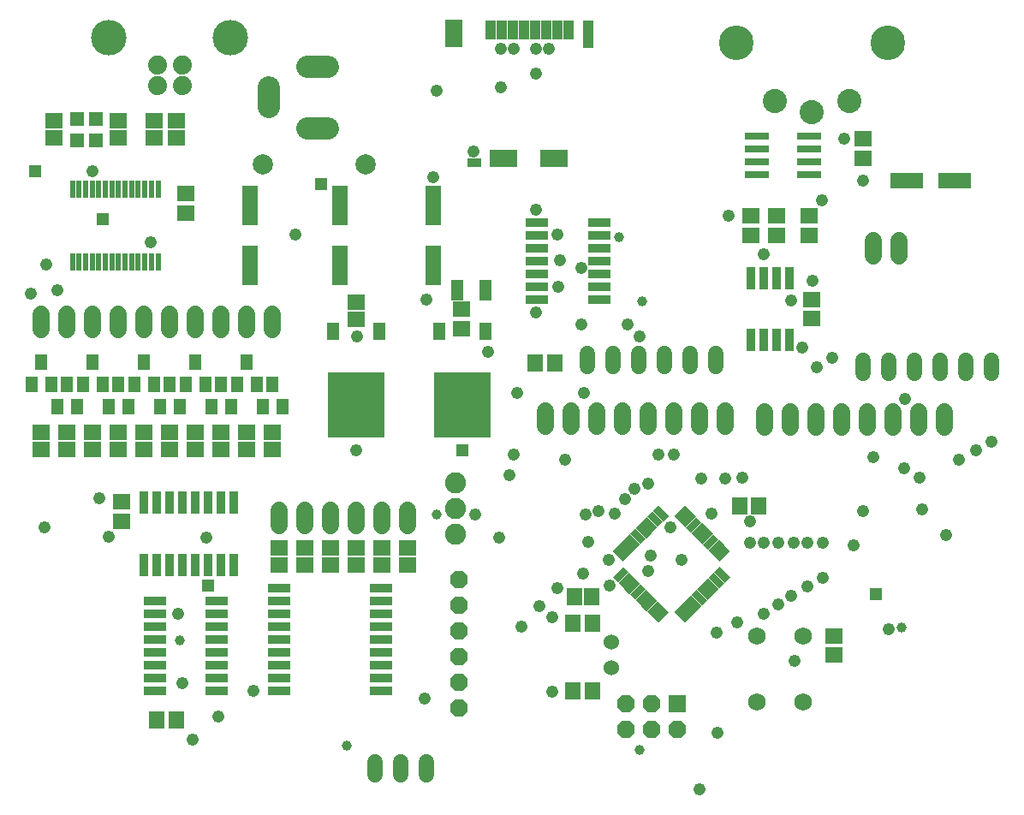
<source format=gts>
G75*
G70*
%OFA0B0*%
%FSLAX24Y24*%
%IPPOS*%
%LPD*%
%AMOC8*
5,1,8,0,0,1.08239X$1,22.5*
%
%ADD10R,0.0340X0.0880*%
%ADD11R,0.0671X0.0592*%
%ADD12R,0.0880X0.0340*%
%ADD13C,0.0680*%
%ADD14R,0.0680X0.0680*%
%ADD15OC8,0.0680*%
%ADD16C,0.0600*%
%ADD17R,0.0592X0.0671*%
%ADD18R,0.0631X0.1576*%
%ADD19C,0.0867*%
%ADD20R,0.0946X0.0316*%
%ADD21R,0.1261X0.0631*%
%ADD22C,0.0680*%
%ADD23R,0.2206X0.2521*%
%ADD24R,0.0474X0.0710*%
%ADD25R,0.0474X0.0789*%
%ADD26C,0.0789*%
%ADD27C,0.0600*%
%ADD28R,0.0580X0.0300*%
%ADD29R,0.0300X0.0580*%
%ADD30R,0.0237X0.0671*%
%ADD31R,0.0552X0.0552*%
%ADD32C,0.1346*%
%ADD33C,0.0940*%
%ADD34C,0.0820*%
%ADD35C,0.0740*%
%ADD36C,0.1380*%
%ADD37R,0.0474X0.0631*%
%ADD38R,0.0433X0.1102*%
%ADD39R,0.0669X0.1102*%
%ADD40R,0.1102X0.0669*%
%ADD41R,0.0400X0.0740*%
%ADD42R,0.0580X0.0340*%
%ADD43C,0.0476*%
%ADD44R,0.0476X0.0476*%
%ADD45C,0.0390*%
D10*
X007631Y012491D03*
X008131Y012491D03*
X008631Y012491D03*
X009131Y012491D03*
X009631Y012491D03*
X010131Y012491D03*
X010631Y012491D03*
X011131Y012491D03*
X011131Y014911D03*
X010631Y014911D03*
X010131Y014911D03*
X009631Y014911D03*
X009131Y014911D03*
X008631Y014911D03*
X008131Y014911D03*
X007631Y014911D03*
X031256Y021241D03*
X031756Y021241D03*
X032256Y021241D03*
X032756Y021241D03*
X032756Y023661D03*
X032256Y023661D03*
X031756Y023661D03*
X031256Y023661D03*
D11*
X031256Y025327D03*
X031256Y026075D03*
X032256Y026075D03*
X032256Y025327D03*
X033506Y025327D03*
X033506Y026075D03*
X035631Y028327D03*
X035631Y029075D03*
X033631Y022825D03*
X033631Y022077D03*
X034481Y009725D03*
X034481Y008977D03*
X019981Y021702D03*
X019981Y022450D03*
X015881Y022711D03*
X015881Y022042D03*
X012631Y017661D03*
X012631Y016992D03*
X011631Y016992D03*
X011631Y017661D03*
X010631Y017661D03*
X010631Y016992D03*
X009631Y016992D03*
X009631Y017661D03*
X008631Y017661D03*
X008631Y016992D03*
X007631Y016992D03*
X007631Y017661D03*
X006631Y017661D03*
X006631Y016992D03*
X005631Y016992D03*
X005631Y017661D03*
X004631Y017661D03*
X004631Y016992D03*
X003631Y016992D03*
X003631Y017661D03*
X006756Y014950D03*
X006756Y014202D03*
X012881Y013161D03*
X012881Y012492D03*
X013881Y012492D03*
X013881Y013161D03*
X014881Y013161D03*
X014881Y012492D03*
X015881Y012492D03*
X015881Y013161D03*
X016881Y013161D03*
X016881Y012492D03*
X017881Y012492D03*
X017881Y013161D03*
X009256Y026202D03*
X009256Y026950D03*
X008881Y029117D03*
X008881Y029786D03*
X008006Y029786D03*
X008006Y029117D03*
X006631Y029117D03*
X006631Y029786D03*
X004131Y029786D03*
X004131Y029117D03*
D12*
X012901Y011576D03*
X012901Y011076D03*
X012901Y010576D03*
X012901Y010076D03*
X012901Y009576D03*
X012901Y009076D03*
X012901Y008576D03*
X012901Y008076D03*
X012901Y007576D03*
X010466Y007576D03*
X010466Y008076D03*
X010466Y008576D03*
X010466Y009076D03*
X010466Y009576D03*
X010466Y010076D03*
X010466Y010576D03*
X010466Y011076D03*
X008046Y011076D03*
X008046Y010576D03*
X008046Y010076D03*
X008046Y009576D03*
X008046Y009076D03*
X008046Y008576D03*
X008046Y008076D03*
X008046Y007576D03*
X016861Y007576D03*
X016861Y008076D03*
X016861Y008576D03*
X016861Y009076D03*
X016861Y009576D03*
X016861Y010076D03*
X016861Y010576D03*
X016861Y011076D03*
X016861Y011576D03*
X022921Y022826D03*
X022921Y023326D03*
X022921Y023826D03*
X022921Y024326D03*
X022921Y024826D03*
X022921Y025326D03*
X022921Y025826D03*
X025341Y025826D03*
X025341Y025326D03*
X025341Y024826D03*
X025341Y024326D03*
X025341Y023826D03*
X025341Y023326D03*
X025341Y022826D03*
D13*
X025256Y018501D02*
X025256Y017901D01*
X026256Y017901D02*
X026256Y018501D01*
X027256Y018501D02*
X027256Y017901D01*
X028256Y017901D02*
X028256Y018501D01*
X029256Y018501D02*
X029256Y017901D01*
X030256Y017901D02*
X030256Y018501D01*
X031781Y018451D02*
X031781Y017851D01*
X032781Y017851D02*
X032781Y018451D01*
X033781Y018451D02*
X033781Y017851D01*
X034781Y017851D02*
X034781Y018451D01*
X035781Y018451D02*
X035781Y017851D01*
X036781Y017851D02*
X036781Y018451D01*
X037781Y018451D02*
X037781Y017851D01*
X038781Y017851D02*
X038781Y018451D01*
X037006Y024526D02*
X037006Y025126D01*
X036006Y025126D02*
X036006Y024526D01*
X024256Y018501D02*
X024256Y017901D01*
X023256Y017901D02*
X023256Y018501D01*
X017881Y014626D02*
X017881Y014026D01*
X016881Y014026D02*
X016881Y014626D01*
X015881Y014626D02*
X015881Y014026D01*
X014881Y014026D02*
X014881Y014626D01*
X013881Y014626D02*
X013881Y014026D01*
X012881Y014026D02*
X012881Y014626D01*
X012631Y021651D02*
X012631Y022251D01*
X011631Y022251D02*
X011631Y021651D01*
X010631Y021651D02*
X010631Y022251D01*
X009631Y022251D02*
X009631Y021651D01*
X008631Y021651D02*
X008631Y022251D01*
X007631Y022251D02*
X007631Y021651D01*
X006631Y021651D02*
X006631Y022251D01*
X005631Y022251D02*
X005631Y021651D01*
X004631Y021651D02*
X004631Y022251D01*
X003631Y022251D02*
X003631Y021651D01*
D14*
X028381Y007076D03*
D15*
X028381Y006076D03*
X027381Y006076D03*
X027381Y007076D03*
X026381Y007076D03*
X026381Y006076D03*
X019881Y006926D03*
X019881Y007926D03*
X019881Y008926D03*
X019881Y009926D03*
X019881Y010926D03*
X019881Y011926D03*
D16*
X025831Y009476D03*
X025831Y008476D03*
D17*
X008132Y006451D03*
X008880Y006451D03*
X022857Y020351D03*
X023605Y020351D03*
X030807Y014801D03*
X031555Y014801D03*
X025040Y011251D03*
X024371Y011251D03*
X024332Y010226D03*
X025080Y010226D03*
X025080Y007601D03*
X024332Y007601D03*
D18*
X018881Y024145D03*
X018881Y026507D03*
X015256Y026507D03*
X015256Y024145D03*
X011756Y024145D03*
X011756Y026507D03*
D19*
X013987Y029481D02*
X014774Y029481D01*
X014774Y031882D02*
X013987Y031882D01*
X012491Y031095D02*
X012491Y030308D01*
D20*
X031482Y029201D03*
X031482Y028701D03*
X031482Y028201D03*
X031482Y027701D03*
X033529Y027701D03*
X033529Y028201D03*
X033529Y028701D03*
X033529Y029201D03*
D21*
X037311Y027451D03*
X039201Y027451D03*
D22*
X033271Y009731D03*
X031491Y009731D03*
X031491Y007171D03*
X033271Y007171D03*
D23*
X020006Y018717D03*
X015881Y018717D03*
D24*
X016778Y021591D03*
X014983Y021591D03*
X019108Y021591D03*
X020903Y021591D03*
D25*
X020932Y023201D03*
X019829Y023201D03*
D26*
X016256Y028076D03*
X012256Y028076D03*
D27*
X024881Y020736D02*
X024881Y020216D01*
X025881Y020216D02*
X025881Y020736D01*
X026881Y020736D02*
X026881Y020216D01*
X027881Y020216D02*
X027881Y020736D01*
X028881Y020736D02*
X028881Y020216D01*
X029881Y020216D02*
X029881Y020736D01*
X035631Y020461D02*
X035631Y019941D01*
X036631Y019941D02*
X036631Y020461D01*
X037631Y020461D02*
X037631Y019941D01*
X038631Y019941D02*
X038631Y020461D01*
X039631Y020461D02*
X039631Y019941D01*
X040631Y019941D02*
X040631Y020461D01*
X018631Y004836D02*
X018631Y004316D01*
X017631Y004316D02*
X017631Y004836D01*
X016631Y004836D02*
X016631Y004316D01*
D28*
G36*
X026492Y012209D02*
X026083Y011800D01*
X025870Y012013D01*
X026279Y012422D01*
X026492Y012209D01*
G37*
G36*
X026715Y011986D02*
X026306Y011577D01*
X026093Y011790D01*
X026502Y012199D01*
X026715Y011986D01*
G37*
G36*
X026938Y011763D02*
X026529Y011354D01*
X026316Y011567D01*
X026725Y011976D01*
X026938Y011763D01*
G37*
G36*
X027160Y011541D02*
X026751Y011132D01*
X026538Y011345D01*
X026947Y011754D01*
X027160Y011541D01*
G37*
G36*
X027383Y011318D02*
X026974Y010909D01*
X026761Y011122D01*
X027170Y011531D01*
X027383Y011318D01*
G37*
G36*
X027606Y011095D02*
X027197Y010686D01*
X026984Y010899D01*
X027393Y011308D01*
X027606Y011095D01*
G37*
G36*
X027828Y010873D02*
X027419Y010464D01*
X027206Y010677D01*
X027615Y011086D01*
X027828Y010873D01*
G37*
G36*
X028051Y010650D02*
X027642Y010241D01*
X027429Y010454D01*
X027838Y010863D01*
X028051Y010650D01*
G37*
G36*
X030441Y013040D02*
X030032Y012631D01*
X029819Y012844D01*
X030228Y013253D01*
X030441Y013040D01*
G37*
G36*
X030218Y013263D02*
X029809Y012854D01*
X029596Y013067D01*
X030005Y013476D01*
X030218Y013263D01*
G37*
G36*
X029996Y013485D02*
X029587Y013076D01*
X029374Y013289D01*
X029783Y013698D01*
X029996Y013485D01*
G37*
G36*
X029773Y013708D02*
X029364Y013299D01*
X029151Y013512D01*
X029560Y013921D01*
X029773Y013708D01*
G37*
G36*
X029550Y013931D02*
X029141Y013522D01*
X028928Y013735D01*
X029337Y014144D01*
X029550Y013931D01*
G37*
G36*
X029328Y014153D02*
X028919Y013744D01*
X028706Y013957D01*
X029115Y014366D01*
X029328Y014153D01*
G37*
G36*
X029105Y014376D02*
X028696Y013967D01*
X028483Y014180D01*
X028892Y014589D01*
X029105Y014376D01*
G37*
G36*
X028882Y014599D02*
X028473Y014190D01*
X028260Y014403D01*
X028669Y014812D01*
X028882Y014599D01*
G37*
D29*
G36*
X028051Y014403D02*
X027838Y014190D01*
X027429Y014599D01*
X027642Y014812D01*
X028051Y014403D01*
G37*
G36*
X027828Y014180D02*
X027615Y013967D01*
X027206Y014376D01*
X027419Y014589D01*
X027828Y014180D01*
G37*
G36*
X027606Y013957D02*
X027393Y013744D01*
X026984Y014153D01*
X027197Y014366D01*
X027606Y013957D01*
G37*
G36*
X027383Y013735D02*
X027170Y013522D01*
X026761Y013931D01*
X026974Y014144D01*
X027383Y013735D01*
G37*
G36*
X027160Y013512D02*
X026947Y013299D01*
X026538Y013708D01*
X026751Y013921D01*
X027160Y013512D01*
G37*
G36*
X026938Y013289D02*
X026725Y013076D01*
X026316Y013485D01*
X026529Y013698D01*
X026938Y013289D01*
G37*
G36*
X026715Y013067D02*
X026502Y012854D01*
X026093Y013263D01*
X026306Y013476D01*
X026715Y013067D01*
G37*
G36*
X026492Y012844D02*
X026279Y012631D01*
X025870Y013040D01*
X026083Y013253D01*
X026492Y012844D01*
G37*
G36*
X029105Y010677D02*
X028892Y010464D01*
X028483Y010873D01*
X028696Y011086D01*
X029105Y010677D01*
G37*
G36*
X029328Y010899D02*
X029115Y010686D01*
X028706Y011095D01*
X028919Y011308D01*
X029328Y010899D01*
G37*
G36*
X029550Y011122D02*
X029337Y010909D01*
X028928Y011318D01*
X029141Y011531D01*
X029550Y011122D01*
G37*
G36*
X029773Y011345D02*
X029560Y011132D01*
X029151Y011541D01*
X029364Y011754D01*
X029773Y011345D01*
G37*
G36*
X029996Y011567D02*
X029783Y011354D01*
X029374Y011763D01*
X029587Y011976D01*
X029996Y011567D01*
G37*
G36*
X030218Y011790D02*
X030005Y011577D01*
X029596Y011986D01*
X029809Y012199D01*
X030218Y011790D01*
G37*
G36*
X030441Y012013D02*
X030228Y011800D01*
X029819Y012209D01*
X030032Y012422D01*
X030441Y012013D01*
G37*
G36*
X028882Y010454D02*
X028669Y010241D01*
X028260Y010650D01*
X028473Y010863D01*
X028882Y010454D01*
G37*
D30*
X008169Y024274D03*
X007913Y024274D03*
X007657Y024274D03*
X007401Y024274D03*
X007145Y024274D03*
X006890Y024274D03*
X006634Y024274D03*
X006378Y024274D03*
X006122Y024274D03*
X005866Y024274D03*
X005610Y024274D03*
X005354Y024274D03*
X005098Y024274D03*
X004842Y024274D03*
X004842Y027129D03*
X005098Y027129D03*
X005354Y027129D03*
X005610Y027129D03*
X005866Y027129D03*
X006122Y027129D03*
X006378Y027129D03*
X006634Y027129D03*
X006890Y027129D03*
X007145Y027129D03*
X007401Y027129D03*
X007657Y027129D03*
X007913Y027129D03*
X008169Y027129D03*
D31*
X005756Y029038D03*
X005006Y029038D03*
X005006Y029865D03*
X005756Y029865D03*
D32*
X030678Y032826D03*
X036583Y032826D03*
D33*
X035087Y030543D03*
X033631Y030110D03*
X032174Y030543D03*
D34*
X019756Y015701D03*
X019756Y014701D03*
X019756Y013701D03*
D35*
X009123Y031171D03*
X009123Y031951D03*
X008139Y031951D03*
X008139Y031171D03*
D36*
X006261Y033021D03*
X011001Y033021D03*
D37*
X011631Y020384D03*
X012005Y019518D03*
X012631Y019509D03*
X013005Y018643D03*
X012257Y018643D03*
X011005Y018643D03*
X010257Y018643D03*
X010005Y019518D03*
X010631Y019509D03*
X011257Y019518D03*
X009631Y020384D03*
X009257Y019518D03*
X008631Y019509D03*
X008005Y019518D03*
X007257Y019518D03*
X006631Y019509D03*
X006005Y019518D03*
X005257Y019518D03*
X004631Y019509D03*
X004005Y019518D03*
X003257Y019518D03*
X003631Y020384D03*
X005631Y020384D03*
X006257Y018643D03*
X007005Y018643D03*
X008257Y018643D03*
X009005Y018643D03*
X007631Y020384D03*
X005005Y018643D03*
X004257Y018643D03*
D38*
X024912Y033150D03*
D39*
X019676Y033190D03*
D40*
X021625Y028327D03*
X023593Y028327D03*
D41*
X023711Y033308D03*
X023278Y033308D03*
X022845Y033308D03*
X022412Y033308D03*
X021979Y033308D03*
X021546Y033308D03*
X021113Y033308D03*
X024144Y033308D03*
D42*
X020483Y028150D03*
D43*
X020456Y028601D03*
X018881Y027576D03*
X019006Y030951D03*
X021506Y031076D03*
X022881Y031627D03*
X022881Y032576D03*
X023381Y032576D03*
X022006Y032576D03*
X021506Y032576D03*
X022881Y026326D03*
X023706Y025351D03*
X023806Y024351D03*
X024656Y024051D03*
X023756Y023326D03*
X022881Y022326D03*
X024656Y021851D03*
X026456Y021851D03*
X026931Y021376D03*
X024756Y019201D03*
X022156Y019201D03*
X021006Y020801D03*
X018631Y022826D03*
X015906Y021401D03*
X013506Y025351D03*
X007881Y025051D03*
X005631Y027826D03*
X003806Y024176D03*
X004256Y023201D03*
X003206Y023051D03*
X005881Y015076D03*
X006256Y013601D03*
X003756Y013951D03*
X008956Y010601D03*
X010056Y013551D03*
X009106Y007901D03*
X010506Y006576D03*
X009506Y005701D03*
X011881Y007576D03*
X018556Y007301D03*
X022306Y010101D03*
X023006Y010901D03*
X023506Y010451D03*
X023706Y011601D03*
X024706Y012151D03*
X025706Y012701D03*
X025756Y011701D03*
X027256Y012251D03*
X027356Y012851D03*
X028556Y012701D03*
X028106Y013951D03*
X029706Y014501D03*
X029306Y015851D03*
X030256Y015851D03*
X030906Y015901D03*
X031206Y014201D03*
X031206Y013351D03*
X031756Y013351D03*
X032306Y013351D03*
X032906Y013351D03*
X033456Y013351D03*
X034056Y013351D03*
X035256Y013251D03*
X035606Y014601D03*
X037206Y016251D03*
X037806Y015901D03*
X037906Y014651D03*
X038854Y013658D03*
X039356Y016601D03*
X040006Y016951D03*
X040606Y017301D03*
X037256Y018951D03*
X036006Y016701D03*
X033806Y020201D03*
X034406Y020551D03*
X033256Y020951D03*
X032806Y022801D03*
X033656Y023551D03*
X031756Y024576D03*
X030381Y026076D03*
X034006Y026701D03*
X035631Y027451D03*
X034881Y029076D03*
X028256Y016801D03*
X027656Y016801D03*
X027256Y015651D03*
X026706Y015451D03*
X026356Y015051D03*
X025956Y014501D03*
X025306Y014601D03*
X024806Y014451D03*
X024906Y013401D03*
X021856Y016001D03*
X022006Y016801D03*
X024006Y016601D03*
X021456Y013551D03*
X020506Y014451D03*
X015881Y016951D03*
X023506Y007551D03*
X029256Y003751D03*
X029956Y005951D03*
X032956Y008751D03*
X031756Y010601D03*
X032306Y010951D03*
X032806Y011301D03*
X033456Y011651D03*
X034056Y012001D03*
X036606Y010001D03*
X030706Y010251D03*
X029906Y009851D03*
D44*
X036106Y011351D03*
X020006Y016951D03*
X010131Y011701D03*
X006031Y025951D03*
X003381Y027826D03*
X014506Y027326D03*
D45*
X026106Y025251D03*
X027006Y022751D03*
X019006Y014451D03*
X015506Y005451D03*
X009006Y009551D03*
X026906Y005301D03*
X037106Y010051D03*
M02*

</source>
